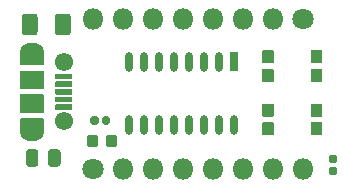
<source format=gts>
%TF.GenerationSoftware,KiCad,Pcbnew,5.1.7-a382d34a8~87~ubuntu18.04.1*%
%TF.CreationDate,2020-10-28T08:11:05+01:00*%
%TF.ProjectId,CH552_devkit,43483535-325f-4646-9576-6b69742e6b69,rev?*%
%TF.SameCoordinates,Original*%
%TF.FileFunction,Soldermask,Top*%
%TF.FilePolarity,Negative*%
%FSLAX46Y46*%
G04 Gerber Fmt 4.6, Leading zero omitted, Abs format (unit mm)*
G04 Created by KiCad (PCBNEW 5.1.7-a382d34a8~87~ubuntu18.04.1) date 2020-10-28 08:11:05*
%MOMM*%
%LPD*%
G01*
G04 APERTURE LIST*
%ADD10O,0.699440X1.649400*%
%ADD11O,1.800000X1.800000*%
%ADD12C,1.800000*%
%ADD13O,2.000000X1.300000*%
%ADD14C,1.550000*%
G04 APERTURE END LIST*
D10*
%TO.C,U1*%
X89382600Y-87330280D03*
X88112600Y-87330280D03*
X86842600Y-87330280D03*
X85572600Y-87330280D03*
X84302600Y-87330280D03*
X83032600Y-87330280D03*
X81762600Y-87330280D03*
X80492600Y-87330280D03*
X80492600Y-81935320D03*
X81762600Y-81935320D03*
X83032600Y-81935320D03*
X84302600Y-81935320D03*
X85572600Y-81935320D03*
X86842600Y-81935320D03*
X88112600Y-81935320D03*
G36*
G01*
X89082880Y-81110620D02*
X89682320Y-81110620D01*
G75*
G02*
X89732320Y-81160620I0J-50000D01*
G01*
X89732320Y-82710020D01*
G75*
G02*
X89682320Y-82760020I-50000J0D01*
G01*
X89082880Y-82760020D01*
G75*
G02*
X89032880Y-82710020I0J50000D01*
G01*
X89032880Y-81160620D01*
G75*
G02*
X89082880Y-81110620I50000J0D01*
G01*
G37*
%TD*%
%TO.C,D3*%
G36*
G01*
X97987500Y-90538000D02*
X97592500Y-90538000D01*
G75*
G02*
X97420000Y-90365500I0J172500D01*
G01*
X97420000Y-90020500D01*
G75*
G02*
X97592500Y-89848000I172500J0D01*
G01*
X97987500Y-89848000D01*
G75*
G02*
X98160000Y-90020500I0J-172500D01*
G01*
X98160000Y-90365500D01*
G75*
G02*
X97987500Y-90538000I-172500J0D01*
G01*
G37*
G36*
G01*
X97987500Y-91508000D02*
X97592500Y-91508000D01*
G75*
G02*
X97420000Y-91335500I0J172500D01*
G01*
X97420000Y-90990500D01*
G75*
G02*
X97592500Y-90818000I172500J0D01*
G01*
X97987500Y-90818000D01*
G75*
G02*
X98160000Y-90990500I0J-172500D01*
G01*
X98160000Y-91335500D01*
G75*
G02*
X97987500Y-91508000I-172500J0D01*
G01*
G37*
%TD*%
%TO.C,R7*%
G36*
G01*
X71425000Y-79444600D02*
X71425000Y-78134600D01*
G75*
G02*
X71695000Y-77864600I270000J0D01*
G01*
X72505000Y-77864600D01*
G75*
G02*
X72775000Y-78134600I0J-270000D01*
G01*
X72775000Y-79444600D01*
G75*
G02*
X72505000Y-79714600I-270000J0D01*
G01*
X71695000Y-79714600D01*
G75*
G02*
X71425000Y-79444600I0J270000D01*
G01*
G37*
G36*
G01*
X74225000Y-79444600D02*
X74225000Y-78134600D01*
G75*
G02*
X74495000Y-77864600I270000J0D01*
G01*
X75305000Y-77864600D01*
G75*
G02*
X75575000Y-78134600I0J-270000D01*
G01*
X75575000Y-79444600D01*
G75*
G02*
X75305000Y-79714600I-270000J0D01*
G01*
X74495000Y-79714600D01*
G75*
G02*
X74225000Y-79444600I0J270000D01*
G01*
G37*
%TD*%
%TO.C,R2*%
G36*
G01*
X76957000Y-88927250D02*
X76957000Y-88364750D01*
G75*
G02*
X77200750Y-88121000I243750J0D01*
G01*
X77688250Y-88121000D01*
G75*
G02*
X77932000Y-88364750I0J-243750D01*
G01*
X77932000Y-88927250D01*
G75*
G02*
X77688250Y-89171000I-243750J0D01*
G01*
X77200750Y-89171000D01*
G75*
G02*
X76957000Y-88927250I0J243750D01*
G01*
G37*
G36*
G01*
X78532000Y-88927250D02*
X78532000Y-88364750D01*
G75*
G02*
X78775750Y-88121000I243750J0D01*
G01*
X79263250Y-88121000D01*
G75*
G02*
X79507000Y-88364750I0J-243750D01*
G01*
X79507000Y-88927250D01*
G75*
G02*
X79263250Y-89171000I-243750J0D01*
G01*
X78775750Y-89171000D01*
G75*
G02*
X78532000Y-88927250I0J243750D01*
G01*
G37*
%TD*%
D11*
%TO.C,J2*%
X95280000Y-91000000D03*
X92740000Y-91000000D03*
X90200000Y-91000000D03*
X87660000Y-91000000D03*
X85120000Y-91000000D03*
X82580000Y-91000000D03*
X80040000Y-91000000D03*
D12*
X77500000Y-91000000D03*
%TD*%
D11*
%TO.C,J1*%
X77500000Y-78300000D03*
X80040000Y-78300000D03*
X82580000Y-78300000D03*
X85120000Y-78300000D03*
X87660000Y-78300000D03*
X90200000Y-78300000D03*
X92740000Y-78300000D03*
D12*
X95280000Y-78300000D03*
%TD*%
%TO.C,SW2*%
G36*
G01*
X96884400Y-82631600D02*
X96884400Y-83631600D01*
G75*
G02*
X96834400Y-83681600I-50000J0D01*
G01*
X95934400Y-83681600D01*
G75*
G02*
X95884400Y-83631600I0J50000D01*
G01*
X95884400Y-82631600D01*
G75*
G02*
X95934400Y-82581600I50000J0D01*
G01*
X96834400Y-82581600D01*
G75*
G02*
X96884400Y-82631600I0J-50000D01*
G01*
G37*
G36*
G01*
X96884400Y-81031600D02*
X96884400Y-82031600D01*
G75*
G02*
X96834400Y-82081600I-50000J0D01*
G01*
X95934400Y-82081600D01*
G75*
G02*
X95884400Y-82031600I0J50000D01*
G01*
X95884400Y-81031600D01*
G75*
G02*
X95934400Y-80981600I50000J0D01*
G01*
X96834400Y-80981600D01*
G75*
G02*
X96884400Y-81031600I0J-50000D01*
G01*
G37*
G36*
G01*
X92784400Y-82631600D02*
X92784400Y-83631600D01*
G75*
G02*
X92734400Y-83681600I-50000J0D01*
G01*
X91834400Y-83681600D01*
G75*
G02*
X91784400Y-83631600I0J50000D01*
G01*
X91784400Y-82631600D01*
G75*
G02*
X91834400Y-82581600I50000J0D01*
G01*
X92734400Y-82581600D01*
G75*
G02*
X92784400Y-82631600I0J-50000D01*
G01*
G37*
G36*
G01*
X92784400Y-81031600D02*
X92784400Y-82031600D01*
G75*
G02*
X92734400Y-82081600I-50000J0D01*
G01*
X91834400Y-82081600D01*
G75*
G02*
X91784400Y-82031600I0J50000D01*
G01*
X91784400Y-81031600D01*
G75*
G02*
X91834400Y-80981600I50000J0D01*
G01*
X92734400Y-80981600D01*
G75*
G02*
X92784400Y-81031600I0J-50000D01*
G01*
G37*
%TD*%
%TO.C,SW1*%
G36*
G01*
X91784400Y-86531600D02*
X91784400Y-85531600D01*
G75*
G02*
X91834400Y-85481600I50000J0D01*
G01*
X92734400Y-85481600D01*
G75*
G02*
X92784400Y-85531600I0J-50000D01*
G01*
X92784400Y-86531600D01*
G75*
G02*
X92734400Y-86581600I-50000J0D01*
G01*
X91834400Y-86581600D01*
G75*
G02*
X91784400Y-86531600I0J50000D01*
G01*
G37*
G36*
G01*
X91784400Y-88131600D02*
X91784400Y-87131600D01*
G75*
G02*
X91834400Y-87081600I50000J0D01*
G01*
X92734400Y-87081600D01*
G75*
G02*
X92784400Y-87131600I0J-50000D01*
G01*
X92784400Y-88131600D01*
G75*
G02*
X92734400Y-88181600I-50000J0D01*
G01*
X91834400Y-88181600D01*
G75*
G02*
X91784400Y-88131600I0J50000D01*
G01*
G37*
G36*
G01*
X95884400Y-86531600D02*
X95884400Y-85531600D01*
G75*
G02*
X95934400Y-85481600I50000J0D01*
G01*
X96834400Y-85481600D01*
G75*
G02*
X96884400Y-85531600I0J-50000D01*
G01*
X96884400Y-86531600D01*
G75*
G02*
X96834400Y-86581600I-50000J0D01*
G01*
X95934400Y-86581600D01*
G75*
G02*
X95884400Y-86531600I0J50000D01*
G01*
G37*
G36*
G01*
X95884400Y-88131600D02*
X95884400Y-87131600D01*
G75*
G02*
X95934400Y-87081600I50000J0D01*
G01*
X96834400Y-87081600D01*
G75*
G02*
X96884400Y-87131600I0J-50000D01*
G01*
X96884400Y-88131600D01*
G75*
G02*
X96834400Y-88181600I-50000J0D01*
G01*
X95934400Y-88181600D01*
G75*
G02*
X95884400Y-88131600I0J50000D01*
G01*
G37*
%TD*%
%TO.C,J3*%
G36*
G01*
X71350000Y-80939600D02*
X73250000Y-80939600D01*
G75*
G02*
X73300000Y-80989600I0J-50000D01*
G01*
X73300000Y-82189600D01*
G75*
G02*
X73250000Y-82239600I-50000J0D01*
G01*
X71350000Y-82239600D01*
G75*
G02*
X71300000Y-82189600I0J50000D01*
G01*
X71300000Y-80989600D01*
G75*
G02*
X71350000Y-80939600I50000J0D01*
G01*
G37*
G36*
G01*
X71350000Y-86739600D02*
X73250000Y-86739600D01*
G75*
G02*
X73300000Y-86789600I0J-50000D01*
G01*
X73300000Y-87989600D01*
G75*
G02*
X73250000Y-88039600I-50000J0D01*
G01*
X71350000Y-88039600D01*
G75*
G02*
X71300000Y-87989600I0J50000D01*
G01*
X71300000Y-86789600D01*
G75*
G02*
X71350000Y-86739600I50000J0D01*
G01*
G37*
D13*
X72300000Y-87989600D03*
X72300000Y-80989600D03*
G36*
G01*
X71350000Y-82689600D02*
X73250000Y-82689600D01*
G75*
G02*
X73300000Y-82739600I0J-50000D01*
G01*
X73300000Y-84239600D01*
G75*
G02*
X73250000Y-84289600I-50000J0D01*
G01*
X71350000Y-84289600D01*
G75*
G02*
X71300000Y-84239600I0J50000D01*
G01*
X71300000Y-82739600D01*
G75*
G02*
X71350000Y-82689600I50000J0D01*
G01*
G37*
D14*
X75000000Y-86989600D03*
G36*
G01*
X74325000Y-84239600D02*
X75675000Y-84239600D01*
G75*
G02*
X75725000Y-84289600I0J-50000D01*
G01*
X75725000Y-84689600D01*
G75*
G02*
X75675000Y-84739600I-50000J0D01*
G01*
X74325000Y-84739600D01*
G75*
G02*
X74275000Y-84689600I0J50000D01*
G01*
X74275000Y-84289600D01*
G75*
G02*
X74325000Y-84239600I50000J0D01*
G01*
G37*
G36*
G01*
X74325000Y-84889600D02*
X75675000Y-84889600D01*
G75*
G02*
X75725000Y-84939600I0J-50000D01*
G01*
X75725000Y-85339600D01*
G75*
G02*
X75675000Y-85389600I-50000J0D01*
G01*
X74325000Y-85389600D01*
G75*
G02*
X74275000Y-85339600I0J50000D01*
G01*
X74275000Y-84939600D01*
G75*
G02*
X74325000Y-84889600I50000J0D01*
G01*
G37*
G36*
G01*
X74325000Y-85539600D02*
X75675000Y-85539600D01*
G75*
G02*
X75725000Y-85589600I0J-50000D01*
G01*
X75725000Y-85989600D01*
G75*
G02*
X75675000Y-86039600I-50000J0D01*
G01*
X74325000Y-86039600D01*
G75*
G02*
X74275000Y-85989600I0J50000D01*
G01*
X74275000Y-85589600D01*
G75*
G02*
X74325000Y-85539600I50000J0D01*
G01*
G37*
G36*
G01*
X74325000Y-82939600D02*
X75675000Y-82939600D01*
G75*
G02*
X75725000Y-82989600I0J-50000D01*
G01*
X75725000Y-83389600D01*
G75*
G02*
X75675000Y-83439600I-50000J0D01*
G01*
X74325000Y-83439600D01*
G75*
G02*
X74275000Y-83389600I0J50000D01*
G01*
X74275000Y-82989600D01*
G75*
G02*
X74325000Y-82939600I50000J0D01*
G01*
G37*
G36*
G01*
X74325000Y-83589600D02*
X75675000Y-83589600D01*
G75*
G02*
X75725000Y-83639600I0J-50000D01*
G01*
X75725000Y-84039600D01*
G75*
G02*
X75675000Y-84089600I-50000J0D01*
G01*
X74325000Y-84089600D01*
G75*
G02*
X74275000Y-84039600I0J50000D01*
G01*
X74275000Y-83639600D01*
G75*
G02*
X74325000Y-83589600I50000J0D01*
G01*
G37*
X75000000Y-81989600D03*
G36*
G01*
X71350000Y-84689600D02*
X73250000Y-84689600D01*
G75*
G02*
X73300000Y-84739600I0J-50000D01*
G01*
X73300000Y-86239600D01*
G75*
G02*
X73250000Y-86289600I-50000J0D01*
G01*
X71350000Y-86289600D01*
G75*
G02*
X71300000Y-86239600I0J50000D01*
G01*
X71300000Y-84739600D01*
G75*
G02*
X71350000Y-84689600I50000J0D01*
G01*
G37*
%TD*%
%TO.C,D1*%
G36*
G01*
X78219600Y-87116300D02*
X78219600Y-86721300D01*
G75*
G02*
X78392100Y-86548800I172500J0D01*
G01*
X78737100Y-86548800D01*
G75*
G02*
X78909600Y-86721300I0J-172500D01*
G01*
X78909600Y-87116300D01*
G75*
G02*
X78737100Y-87288800I-172500J0D01*
G01*
X78392100Y-87288800D01*
G75*
G02*
X78219600Y-87116300I0J172500D01*
G01*
G37*
G36*
G01*
X77249600Y-87116300D02*
X77249600Y-86721300D01*
G75*
G02*
X77422100Y-86548800I172500J0D01*
G01*
X77767100Y-86548800D01*
G75*
G02*
X77939600Y-86721300I0J-172500D01*
G01*
X77939600Y-87116300D01*
G75*
G02*
X77767100Y-87288800I-172500J0D01*
G01*
X77422100Y-87288800D01*
G75*
G02*
X77249600Y-87116300I0J172500D01*
G01*
G37*
%TD*%
%TO.C,C4*%
G36*
G01*
X71775000Y-90570850D02*
X71775000Y-89608350D01*
G75*
G02*
X72043750Y-89339600I268750J0D01*
G01*
X72581250Y-89339600D01*
G75*
G02*
X72850000Y-89608350I0J-268750D01*
G01*
X72850000Y-90570850D01*
G75*
G02*
X72581250Y-90839600I-268750J0D01*
G01*
X72043750Y-90839600D01*
G75*
G02*
X71775000Y-90570850I0J268750D01*
G01*
G37*
G36*
G01*
X73650000Y-90570850D02*
X73650000Y-89608350D01*
G75*
G02*
X73918750Y-89339600I268750J0D01*
G01*
X74456250Y-89339600D01*
G75*
G02*
X74725000Y-89608350I0J-268750D01*
G01*
X74725000Y-90570850D01*
G75*
G02*
X74456250Y-90839600I-268750J0D01*
G01*
X73918750Y-90839600D01*
G75*
G02*
X73650000Y-90570850I0J268750D01*
G01*
G37*
%TD*%
M02*

</source>
